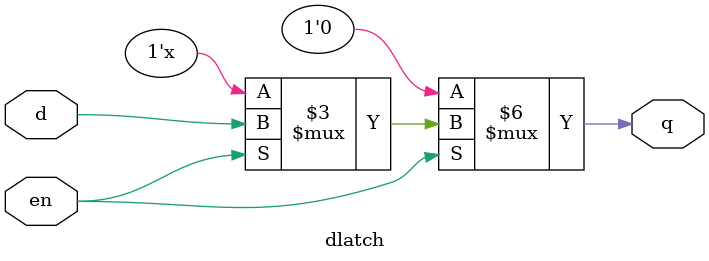
<source format=v>
module dlatch(
	input d,en,
	output reg q);
always @(en,d)
	if (!en)
	q <= 0;
	else
	if(en)
	q <= d;
endmodule		

</source>
